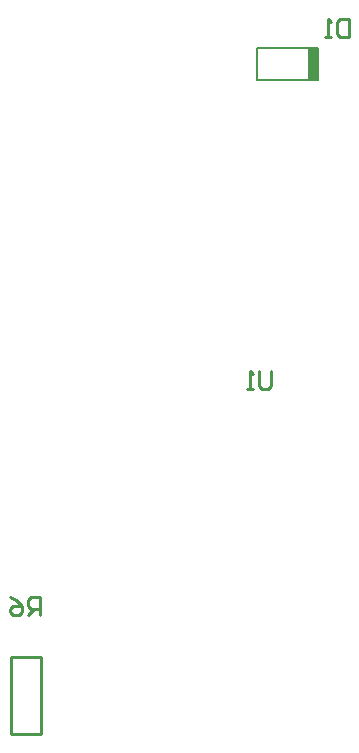
<source format=gbo>
G04 Layer_Color=13813960*
%FSLAX24Y24*%
%MOIN*%
G70*
G01*
G75*
%ADD30C,0.0079*%
%ADD32C,0.0100*%
%ADD53R,0.0374X0.1070*%
D30*
X23583Y40134D02*
Y41205D01*
X21535D02*
X23583D01*
X21535Y40134D02*
Y41205D01*
Y40134D02*
X23583D01*
D32*
X14358Y18338D02*
Y20888D01*
X13358D02*
X14358D01*
X13358Y18338D02*
Y20888D01*
Y18338D02*
X14358D01*
X24608Y42154D02*
Y41554D01*
X24308D01*
X24208Y41654D01*
Y42054D01*
X24308Y42154D01*
X24608D01*
X24008Y41554D02*
X23808D01*
X23908D01*
Y42154D01*
X24008Y42054D01*
X22013Y30414D02*
Y29914D01*
X21913Y29814D01*
X21713D01*
X21613Y29914D01*
Y30414D01*
X21413Y29814D02*
X21213D01*
X21313D01*
Y30414D01*
X21413Y30314D01*
X14310Y22280D02*
Y22880D01*
X14010D01*
X13910Y22780D01*
Y22580D01*
X14010Y22480D01*
X14310D01*
X14110D02*
X13910Y22280D01*
X13310Y22880D02*
X13510Y22780D01*
X13710Y22580D01*
Y22380D01*
X13610Y22280D01*
X13410D01*
X13310Y22380D01*
Y22480D01*
X13410Y22580D01*
X13710D01*
D53*
X23396Y40669D02*
D03*
M02*

</source>
